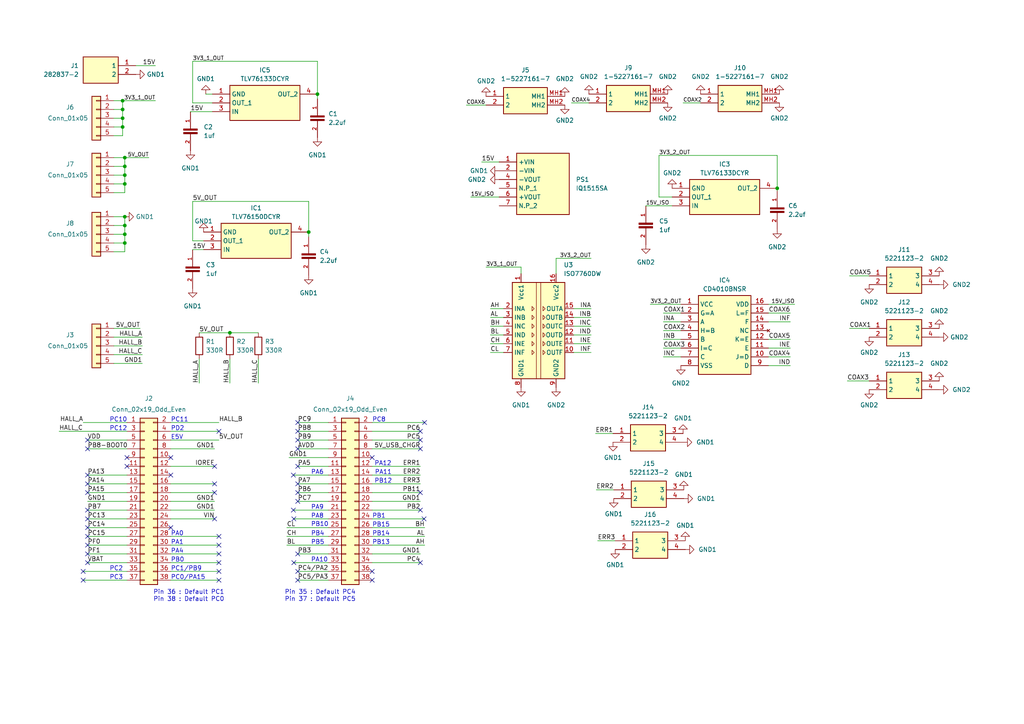
<source format=kicad_sch>
(kicad_sch (version 20230121) (generator eeschema)
  (paper "A4")
  (title_block (title "ProjetKart") (date "2023-11-06") (company "ENSEA"))
  (lib_symbols
    (symbol "1-5227161-7:1-5227161-7"
      (property "Reference" "J" (at 19.05 7.62 0))
      (property "Value" "1-5227161-7" (at 19.05 5.08 0))
      (symbol "1-5227161-7_1_1"
        (pin passive line (at 0 0 0) (length 5.08) (name "1") (number "1"))
        (pin passive line (at 0 -2.54 0) (length 5.08) (name "2") (number "2"))
        (pin passive line (at 22.86 0 180) (length 5.08) (name "MH1") (number "MH1"))
        (pin passive line (at 22.86 -2.54 180) (length 5.08) (name "MH2") (number "MH2"))
      )
    )
    (symbol "282837-2:282837-2"
      (property "Reference" "J" (at 16.51 7.62 0))
      (property "Value" "282837-2" (at 16.51 5.08 0))
      (symbol "282837-2_1_1"
        (pin passive line (at 0 0 0) (length 5.08) (name "1") (number "1"))
        (pin passive line (at 0 -2.54 0) (length 5.08) (name "2") (number "2"))
      )
    )
    (symbol "5221123-2:5221123-2"
      (property "Reference" "J" (at 16.51 7.62 0))
      (property "Value" "5221123-2" (at 16.51 5.08 0))
      (symbol "5221123-2_1_1"
        (pin passive line (at 0 0 0) (length 5.08) (name "1") (number "1"))
        (pin passive line (at 0 -2.54 0) (length 5.08) (name "2") (number "2"))
        (pin passive line (at 20.32 0 180) (length 5.08) (name "3") (number "3"))
        (pin passive line (at 20.32 -2.54 180) (length 5.08) (name "4") (number "4"))
      )
    )
    (symbol "CD4010BNSR:CD4010BNSR"
      (property "Reference" "IC" (at 21.59 7.62 0))
      (property "Value" "CD4010BNSR" (at 21.59 5.08 0))
      (symbol "CD4010BNSR_1_1"
        (pin passive line (at 0 0 0) (length 5.08) (name "VCC") (number "1"))
        (pin passive line (at 25.4 -15.24 180) (length 5.08) (name "J=D") (number "10"))
        (pin passive line (at 25.4 -12.7 180) (length 5.08) (name "E") (number "11"))
        (pin passive line (at 25.4 -10.16 180) (length 5.08) (name "K=E") (number "12"))
        (pin no_connect line (at 25.4 -7.62 180) (length 5.08) (name "NC") (number "13"))
        (pin passive line (at 25.4 -5.08 180) (length 5.08) (name "F") (number "14"))
        (pin passive line (at 25.4 -2.54 180) (length 5.08) (name "L=F") (number "15"))
        (pin passive line (at 25.4 0 180) (length 5.08) (name "VDD") (number "16"))
        (pin passive line (at 0 -2.54 0) (length 5.08) (name "G=A") (number "2"))
        (pin passive line (at 0 -5.08 0) (length 5.08) (name "A") (number "3"))
        (pin passive line (at 0 -7.62 0) (length 5.08) (name "H=B") (number "4"))
        (pin passive line (at 0 -10.16 0) (length 5.08) (name "B") (number "5"))
        (pin passive line (at 0 -12.7 0) (length 5.08) (name "I=C") (number "6"))
        (pin passive line (at 0 -15.24 0) (length 5.08) (name "C") (number "7"))
        (pin passive line (at 0 -17.78 0) (length 5.08) (name "VSS") (number "8"))
        (pin passive line (at 25.4 -17.78 180) (length 5.08) (name "D") (number "9"))
      )
    )
    (symbol "Connector_Generic:Conn_01x05" (pin_names (offset 1.016) hide)
      (property "Reference" "J" (at 0 7.62 0))
      (property "Value" "Conn_01x05" (at 0 -7.62 0))
      (symbol "Conn_01x05_1_1"
        (pin passive line (at -5.08 5.08 0) (length 3.81) (name "Pin_1") (number "1"))
        (pin passive line (at -5.08 2.54 0) (length 3.81) (name "Pin_2") (number "2"))
        (pin passive line (at -5.08 0 0) (length 3.81) (name "Pin_3") (number "3"))
        (pin passive line (at -5.08 -2.54 0) (length 3.81) (name "Pin_4") (number "4"))
        (pin passive line (at -5.08 -5.08 0) (length 3.81) (name "Pin_5") (number "5"))
      )
    )
    (symbol "Connector_Generic:Conn_02x19_Odd_Even" (pin_names (offset 1.016) hide)
      (property "Reference" "J" (at 1.27 25.4 0))
      (property "Value" "Conn_02x19_Odd_Even" (at 1.27 -25.4 0))
      (symbol "Conn_02x19_Odd_Even_1_1"
        (pin passive line (at -5.08 22.86 0) (length 3.81) (name "Pin_1") (number "1"))
        (pin passive line (at 7.62 12.7 180) (length 3.81) (name "Pin_10") (number "10"))
        (pin passive line (at -5.08 10.16 0) (length 3.81) (name "Pin_11") (number "11"))
        (pin passive line (at 7.62 10.16 180) (length 3.81) (name "Pin_12") (number "12"))
        (pin passive line (at -5.08 7.62 0) (length 3.81) (name "Pin_13") (number "13"))
        (pin passive line (at 7.62 7.62 180) (length 3.81) (name "Pin_14") (number "14"))
        (pin passive line (at -5.08 5.08 0) (length 3.81) (name "Pin_15") (number "15"))
        (pin passive line (at 7.62 5.08 180) (length 3.81) (name "Pin_16") (number "16"))
        (pin passive line (at -5.08 2.54 0) (length 3.81) (name "Pin_17") (number "17"))
        (pin passive line (at 7.62 2.54 180) (length 3.81) (name "Pin_18") (number "18"))
        (pin passive line (at -5.08 0 0) (length 3.81) (name "Pin_19") (number "19"))
        (pin passive line (at 7.62 22.86 180) (length 3.81) (name "Pin_2") (number "2"))
        (pin passive line (at 7.62 0 180) (length 3.81) (name "Pin_20") (number "20"))
        (pin passive line (at -5.08 -2.54 0) (length 3.81) (name "Pin_21") (number "21"))
        (pin passive line (at 7.62 -2.54 180) (length 3.81) (name "Pin_22") (number "22"))
        (pin passive line (at -5.08 -5.08 0) (length 3.81) (name "Pin_23") (number "23"))
        (pin passive line (at 7.62 -5.08 180) (length 3.81) (name "Pin_24") (number "24"))
        (pin passive line (at -5.08 -7.62 0) (length 3.81) (name "Pin_25") (number "25"))
        (pin passive line (at 7.62 -7.62 180) (length 3.81) (name "Pin_26") (number "26"))
        (pin passive line (at -5.08 -10.16 0) (length 3.81) (name "Pin_27") (number "27"))
        (pin passive line (at 7.62 -10.16 180) (length 3.81) (name "Pin_28") (number "28"))
        (pin passive line (at -5.08 -12.7 0) (length 3.81) (name "Pin_29") (number "29"))
        (pin passive line (at -5.08 20.32 0) (length 3.81) (name "Pin_3") (number "3"))
        (pin passive line (at 7.62 -12.7 180) (length 3.81) (name "Pin_30") (number "30"))
        (pin passive line (at -5.08 -15.24 0) (length 3.81) (name "Pin_31") (number "31"))
        (pin passive line (at 7.62 -15.24 180) (length 3.81) (name "Pin_32") (number "32"))
        (pin passive line (at -5.08 -17.78 0) (length 3.81) (name "Pin_33") (number "33"))
        (pin passive line (at 7.62 -17.78 180) (length 3.81) (name "Pin_34") (number "34"))
        (pin passive line (at -5.08 -20.32 0) (length 3.81) (name "Pin_35") (number "35"))
        (pin passive line (at 7.62 -20.32 180) (length 3.81) (name "Pin_36") (number "36"))
        (pin passive line (at -5.08 -22.86 0) (length 3.81) (name "Pin_37") (number "37"))
        (pin passive line (at 7.62 -22.86 180) (length 3.81) (name "Pin_38") (number "38"))
        (pin passive line (at 7.62 20.32 180) (length 3.81) (name "Pin_4") (number "4"))
        (pin passive line (at -5.08 17.78 0) (length 3.81) (name "Pin_5") (number "5"))
        (pin passive line (at 7.62 17.78 180) (length 3.81) (name "Pin_6") (number "6"))
        (pin passive line (at -5.08 15.24 0) (length 3.81) (name "Pin_7") (number "7"))
        (pin passive line (at 7.62 15.24 180) (length 3.81) (name "Pin_8") (number "8"))
        (pin passive line (at -5.08 12.7 0) (length 3.81) (name "Pin_9") (number "9"))
      )
    )
    (symbol "Device:R" (pin_numbers hide) (pin_names (offset 0))
      (property "Reference" "R" (at 2.032 0 90))
      (property "Value" "R" (at 0 0 90))
      (symbol "R_1_1"
        (pin passive line (at 0 3.81 270) (length 1.27) (name "~") (number "1"))
        (pin passive line (at 0 -3.81 90) (length 1.27) (name "~") (number "2"))
      )
    )
    (symbol "IQ1515SA:IQ1515SA"
      (property "Reference" "PS" (at 21.59 7.62 0))
      (property "Value" "IQ1515SA" (at 21.59 5.08 0))
      (symbol "IQ1515SA_1_1"
        (pin passive line (at 0 0 0) (length 5.08) (name "+VIN") (number "1"))
        (pin passive line (at 0 -2.54 0) (length 5.08) (name "-VIN") (number "2"))
        (pin passive line (at 0 -5.08 0) (length 5.08) (name "-VOUT") (number "4"))
        (pin passive line (at 0 -7.62 0) (length 5.08) (name "N.P_1") (number "5"))
        (pin passive line (at 0 -10.16 0) (length 5.08) (name "+VOUT") (number "6"))
        (pin passive line (at 0 -12.7 0) (length 5.08) (name "N.P_2") (number "7"))
      )
    )
    (symbol "Isolator:ISO7760DW"
      (property "Reference" "U" (at 8.255 14.605 0))
      (property "Value" "ISO7760DW" (at 8.255 12.065 0))
      (symbol "ISO7760DW_1_1"
        (pin power_in line (at -5.08 17.78 270) (length 2.54) (name "Vcc1") (number "1"))
        (pin output line (at 10.16 -5.08 180) (length 2.54) (name "OUTF") (number "10"))
        (pin output line (at 10.16 -2.54 180) (length 2.54) (name "OUTE") (number "11"))
        (pin output line (at 10.16 0 180) (length 2.54) (name "OUTD") (number "12"))
        (pin output line (at 10.16 2.54 180) (length 2.54) (name "OUTC") (number "13"))
        (pin output line (at 10.16 5.08 180) (length 2.54) (name "OUTB") (number "14"))
        (pin output line (at 10.16 7.62 180) (length 2.54) (name "OUTA") (number "15"))
        (pin power_in line (at 5.08 17.78 270) (length 2.54) (name "Vcc2") (number "16"))
        (pin input line (at -10.16 7.62 0) (length 2.54) (name "INA") (number "2"))
        (pin input line (at -10.16 5.08 0) (length 2.54) (name "INB") (number "3"))
        (pin input line (at -10.16 2.54 0) (length 2.54) (name "INC") (number "4"))
        (pin input line (at -10.16 0 0) (length 2.54) (name "IND") (number "5"))
        (pin input line (at -10.16 -2.54 0) (length 2.54) (name "INE") (number "6"))
        (pin input line (at -10.16 -5.08 0) (length 2.54) (name "INF") (number "7"))
        (pin power_in line (at -5.08 -15.24 90) (length 2.54) (name "GND1") (number "8"))
        (pin power_in line (at 5.08 -15.24 90) (length 2.54) (name "GND2") (number "9"))
      )
    )
    (symbol "LD051A121KAB2A:LD051A121KAB2A" (pin_names (offset 1.016))
      (property "Reference" "C" (at -4.0753 2.2924 0))
      (property "Value" "LD051A121KAB2A" (at -4.0698 -4.0698 0))
      (symbol "LD051A121KAB2A_0_0"
        (pin passive line (at -5.588 0 0) (length 5.08) (name "~") (number "1"))
        (pin passive line (at 5.588 0 180) (length 5.08) (name "~") (number "2"))
      )
    )
    (symbol "TLV76133DCYR:TLV76133DCYR"
      (property "Reference" "IC" (at 26.67 7.62 0))
      (property "Value" "TLV76133DCYR" (at 26.67 5.08 0))
      (symbol "TLV76133DCYR_1_1"
        (pin passive line (at 0 0 0) (length 5.08) (name "GND") (number "1"))
        (pin passive line (at 0 -2.54 0) (length 5.08) (name "OUT_1") (number "2"))
        (pin passive line (at 0 -5.08 0) (length 5.08) (name "IN") (number "3"))
        (pin passive line (at 30.48 0 180) (length 5.08) (name "OUT_2") (number "4"))
      )
    )
    (symbol "TLV76150DCYR:TLV76150DCYR"
      (property "Reference" "IC" (at 26.67 7.62 0))
      (property "Value" "TLV76150DCYR" (at 26.67 5.08 0))
      (symbol "TLV76150DCYR_1_1"
        (pin passive line (at 0 0 0) (length 5.08) (name "GND") (number "1"))
        (pin passive line (at 0 -2.54 0) (length 5.08) (name "OUT_1") (number "2"))
        (pin passive line (at 0 -5.08 0) (length 5.08) (name "IN") (number "3"))
        (pin passive line (at 30.48 0 180) (length 5.08) (name "OUT_2") (number "4"))
      )
    )
    (symbol "power:GND1" (power) (pin_names (offset 0))
      (property "Value" "GND1" (at 0 -3.81 0))
      (symbol "GND1_1_1"
        (pin power_in line (at 0 0 270) (length 0) hide (name "GND1") (number "1"))
      )
    )
    (symbol "power:GND2" (power) (pin_names (offset 0))
      (property "Value" "GND2" (at 0 -3.81 0))
      (symbol "GND2_1_1"
        (pin power_in line (at 0 0 270) (length 0) hide (name "GND2") (number "1"))
      )
    )
  )
  (junction (at 35.56 34.29))
  (junction (at 35.56 29.21))
  (junction (at 36.195 50.8))
  (junction (at 225.425 54.61))
  (junction (at 36.195 45.72))
  (junction (at 66.675 96.52))
  (junction (at 36.195 62.865))
  (junction (at 35.56 36.83))
  (junction (at 36.195 70.485))
  (junction (at 36.195 67.945))
  (junction (at 36.195 65.405))
  (junction (at 89.535 67.31))
  (junction (at 36.195 48.26))
  (junction (at 36.195 53.34))
  (junction (at 92.075 27.305))
  (junction (at 35.56 31.75))
  (no_connect (at 121.92 127.635))
  (no_connect (at 63.5 168.275))
  (no_connect (at 107.95 165.735))
  (no_connect (at 25.4 158.115))
  (no_connect (at 36.83 132.715))
  (no_connect (at 121.92 142.875))
  (no_connect (at 86.36 122.555))
  (no_connect (at 63.4818 163.195))
  (no_connect (at 25.4 127.635))
  (no_connect (at 121.92 163.195))
  (no_connect (at 25.4 153.035))
  (no_connect (at 49.53 137.795))
  (no_connect (at 63.5 125.095))
  (no_connect (at 62.23 142.875))
  (no_connect (at 85.09 147.955))
  (no_connect (at 36.83 135.255))
  (no_connect (at 24.13 165.735))
  (no_connect (at 122.9796 150.495))
  (no_connect (at 85.2271 150.495))
  (no_connect (at 62.23 135.255))
  (no_connect (at 86.36 135.255))
  (no_connect (at 86.36 165.735))
  (no_connect (at 25.4 150.495))
  (no_connect (at 86.36 142.875))
  (no_connect (at 25.4 160.655))
  (no_connect (at 62.23 150.495))
  (no_connect (at 62.23 140.335))
  (no_connect (at 63.5 155.575))
  (no_connect (at 86.36 125.095))
  (no_connect (at 121.92 125.095))
  (no_connect (at 121.92 147.955))
  (no_connect (at 49.53 132.715))
  (no_connect (at 25.4 163.195))
  (no_connect (at 121.92 130.175))
  (no_connect (at 86.36 168.275))
  (no_connect (at 85.09 137.795))
  (no_connect (at 25.4 142.875))
  (no_connect (at 25.4 155.575))
  (no_connect (at 86.36 140.335))
  (no_connect (at 86.36 145.415))
  (no_connect (at 25.4 140.335))
  (no_connect (at 86.36 130.175))
  (no_connect (at 24.13 168.275))
  (no_connect (at 63.5 158.115))
  (no_connect (at 25.4 137.795))
  (no_connect (at 49.53 153.035))
  (no_connect (at 107.95 168.275))
  (no_connect (at 25.4 147.955))
  (no_connect (at 63.5 160.655))
  (no_connect (at 85.2271 163.195))
  (no_connect (at 63.5 165.735))
  (no_connect (at 86.36 160.655))
  (no_connect (at 86.36 127.635))
  (no_connect (at 107.95 132.715))
  (no_connect (at 25.4 130.175))
  (no_connect (at 123.135 122.555))
  (wire (pts (xy 49.53 142.875) (xy 62.23 142.875)))
  (wire (pts (xy 107.95 163.195) (xy 121.92 163.195)))
  (wire (pts (xy 36.195 73.025) (xy 36.195 70.485)))
  (wire (pts (xy 36.83 125.095) (xy 17.145 125.095)))
  (wire (pts (xy 36.195 45.72) (xy 43.18 45.72)))
  (wire (pts (xy 191.135 45.085) (xy 191.135 57.15)))
  (wire (pts (xy 36.83 145.415) (xy 25.4 145.415)))
  (wire (pts (xy 36.83 160.655) (xy 25.4 160.655)))
  (wire (pts (xy 33.02 39.37) (xy 35.56 39.37)))
  (wire (pts (xy 33.02 34.29) (xy 35.56 34.29)))
  (wire (pts (xy 33.02 95.25) (xy 40.64 95.25)))
  (wire (pts (xy 166.37 94.615) (xy 171.45 94.615)))
  (wire (pts (xy 172.9351 142.0739) (xy 178.0151 142.0739)))
  (wire (pts (xy 173.355 156.845) (xy 178.435 156.845)))
  (wire (pts (xy 33.02 67.945) (xy 36.195 67.945)))
  (wire (pts (xy 192.405 103.505) (xy 197.485 103.505)))
  (wire (pts (xy 49.53 163.195) (xy 63.5 163.195)))
  (wire (pts (xy 86.36 145.415) (xy 95.25 145.415)))
  (wire (pts (xy 222.885 93.345) (xy 229.235 93.345)))
  (wire (pts (xy 151.13 79.375) (xy 151.13 77.47)))
  (wire (pts (xy 36.83 155.575) (xy 25.4 155.575)))
  (wire (pts (xy 107.95 158.115) (xy 123.19 158.115)))
  (wire (pts (xy 35.56 29.21) (xy 35.56 31.75)))
  (wire (pts (xy 55.245 32.385) (xy 55.245 32.512)))
  (wire (pts (xy 24.13 165.735) (xy 36.83 165.735)))
  (wire (pts (xy 191.135 57.15) (xy 194.945 57.15)))
  (wire (pts (xy 107.95 147.955) (xy 121.92 147.955)))
  (wire (pts (xy 142.24 89.535) (xy 146.05 89.535)))
  (wire (pts (xy 36.195 53.34) (xy 36.195 50.8)))
  (wire (pts (xy 86.36 165.735) (xy 95.25 165.735)))
  (wire (pts (xy 83.185 155.575) (xy 95.25 155.575)))
  (wire (pts (xy 92.075 28.702) (xy 92.075 27.305)))
  (wire (pts (xy 36.83 163.195) (xy 25.4 163.195)))
  (wire (pts (xy 36.83 142.875) (xy 25.4 142.875)))
  (wire (pts (xy 86.36 142.875) (xy 95.25 142.875)))
  (wire (pts (xy 49.53 125.095) (xy 63.5 125.095)))
  (wire (pts (xy 136.525 57.15) (xy 144.78 57.15)))
  (wire (pts (xy 33.02 53.34) (xy 36.195 53.34)))
  (wire (pts (xy 36.83 147.955) (xy 25.4 147.955)))
  (wire (pts (xy 35.56 31.75) (xy 35.56 34.29)))
  (wire (pts (xy 33.02 29.21) (xy 35.56 29.21)))
  (wire (pts (xy 107.95 142.875) (xy 121.92 142.875)))
  (wire (pts (xy 74.93 104.14) (xy 74.93 111.125)))
  (wire (pts (xy 49.53 122.555) (xy 63.5 122.555)))
  (wire (pts (xy 33.02 45.72) (xy 36.195 45.72)))
  (wire (pts (xy 61.595 27.305) (xy 59.69 27.305)))
  (wire (pts (xy 49.53 135.255) (xy 62.23 135.255)))
  (wire (pts (xy 225.425 45.085) (xy 191.135 45.085)))
  (wire (pts (xy 192.405 98.425) (xy 197.485 98.425)))
  (wire (pts (xy 107.95 140.335) (xy 121.92 140.335)))
  (wire (pts (xy 49.53 150.495) (xy 62.23 150.495)))
  (wire (pts (xy 107.95 145.415) (xy 121.92 145.415)))
  (wire (pts (xy 166.37 102.235) (xy 171.45 102.235)))
  (wire (pts (xy 36.83 127.635) (xy 25.4 127.635)))
  (wire (pts (xy 36.83 150.495) (xy 25.4 150.495)))
  (wire (pts (xy 192.405 90.805) (xy 197.485 90.805)))
  (wire (pts (xy 85.09 137.795) (xy 95.25 137.795)))
  (wire (pts (xy 59.055 72.39) (xy 55.88 72.39)))
  (wire (pts (xy 107.95 127.635) (xy 121.92 127.635)))
  (wire (pts (xy 245.745 110.49) (xy 252.095 110.49)))
  (wire (pts (xy 246.38 80.01) (xy 252.095 80.01)))
  (wire (pts (xy 49.53 158.115) (xy 63.5 158.115)))
  (wire (pts (xy 49.53 147.955) (xy 62.23 147.955)))
  (wire (pts (xy 24.13 122.555) (xy 36.83 122.555)))
  (wire (pts (xy 36.83 158.115) (xy 25.4 158.115)))
  (wire (pts (xy 49.53 130.175) (xy 62.23 130.175)))
  (wire (pts (xy 89.535 58.42) (xy 89.535 67.31)))
  (wire (pts (xy 161.29 79.375) (xy 161.29 74.93)))
  (wire (pts (xy 33.02 50.8) (xy 36.195 50.8)))
  (wire (pts (xy 142.24 92.075) (xy 146.05 92.075)))
  (wire (pts (xy 139.7 46.99) (xy 144.78 46.99)))
  (wire (pts (xy 36.195 50.8) (xy 36.195 48.26)))
  (wire (pts (xy 33.02 55.88) (xy 36.195 55.88)))
  (wire (pts (xy 222.885 98.425) (xy 229.235 98.425)))
  (wire (pts (xy 36.195 65.405) (xy 36.195 62.865)))
  (wire (pts (xy 89.535 68.707) (xy 89.535 67.31)))
  (wire (pts (xy 33.02 97.79) (xy 41.275 97.79)))
  (wire (pts (xy 83.185 153.035) (xy 95.25 153.035)))
  (wire (pts (xy 33.02 62.865) (xy 36.195 62.865)))
  (wire (pts (xy 49.53 160.655) (xy 63.5 160.655)))
  (wire (pts (xy 55.245 32.385) (xy 61.595 32.385)))
  (wire (pts (xy 33.02 105.41) (xy 41.275 105.41)))
  (wire (pts (xy 198.12 29.845) (xy 203.2 29.845)))
  (wire (pts (xy 161.29 74.93) (xy 171.45 74.93)))
  (wire (pts (xy 66.675 104.14) (xy 66.675 111.125)))
  (wire (pts (xy 222.885 88.265) (xy 230.505 88.265)))
  (wire (pts (xy 35.56 36.83) (xy 35.56 39.37)))
  (wire (pts (xy 33.02 70.485) (xy 36.195 70.485)))
  (wire (pts (xy 142.24 99.695) (xy 146.05 99.695)))
  (wire (pts (xy 49.53 168.275) (xy 63.5 168.275)))
  (wire (pts (xy 225.425 45.085) (xy 225.425 54.61)))
  (wire (pts (xy 33.02 100.33) (xy 41.275 100.33)))
  (wire (pts (xy 192.405 93.345) (xy 197.485 93.345)))
  (wire (pts (xy 166.37 89.535) (xy 171.45 89.535)))
  (wire (pts (xy 222.885 100.965) (xy 229.235 100.965)))
  (wire (pts (xy 86.36 125.095) (xy 95.25 125.095)))
  (wire (pts (xy 192.405 100.965) (xy 197.485 100.965)))
  (wire (pts (xy 107.95 130.175) (xy 121.92 130.175)))
  (wire (pts (xy 36.195 55.88) (xy 36.195 53.34)))
  (wire (pts (xy 36.83 137.795) (xy 25.4 137.795)))
  (wire (pts (xy 86.36 140.335) (xy 95.25 140.335)))
  (wire (pts (xy 222.885 106.045) (xy 229.235 106.045)))
  (wire (pts (xy 49.53 140.335) (xy 62.23 140.335)))
  (wire (pts (xy 86.36 135.255) (xy 95.25 135.255)))
  (wire (pts (xy 86.36 127.635) (xy 95.25 127.635)))
  (wire (pts (xy 166.37 92.075) (xy 171.45 92.075)))
  (wire (pts (xy 55.88 17.78) (xy 55.88 29.845)))
  (wire (pts (xy 107.95 125.095) (xy 121.92 125.095)))
  (wire (pts (xy 83.185 158.115) (xy 95.25 158.115)))
  (wire (pts (xy 107.95 153.035) (xy 123.19 153.035)))
  (wire (pts (xy 85.09 147.955) (xy 95.25 147.955)))
  (wire (pts (xy 35.56 34.29) (xy 35.56 36.83)))
  (wire (pts (xy 36.83 153.035) (xy 25.4 153.035)))
  (wire (pts (xy 86.36 122.555) (xy 95.25 122.555)))
  (wire (pts (xy 55.88 72.39) (xy 55.88 72.517)))
  (wire (pts (xy 107.95 122.555) (xy 123.19 122.555)))
  (wire (pts (xy 25.4 140.335) (xy 36.83 140.335)))
  (wire (pts (xy 86.36 160.655) (xy 95.25 160.655)))
  (wire (pts (xy 57.785 96.52) (xy 66.675 96.52)))
  (wire (pts (xy 142.24 94.615) (xy 146.05 94.615)))
  (wire (pts (xy 25.4 130.175) (xy 36.83 130.175)))
  (wire (pts (xy 188.595 88.265) (xy 197.485 88.265)))
  (wire (pts (xy 107.95 155.575) (xy 123.19 155.575)))
  (wire (pts (xy 49.53 145.415) (xy 62.23 145.415)))
  (wire (pts (xy 55.88 29.845) (xy 61.595 29.845)))
  (wire (pts (xy 55.88 58.42) (xy 55.88 69.85)))
  (wire (pts (xy 166.37 97.155) (xy 171.45 97.155)))
  (wire (pts (xy 92.075 17.78) (xy 92.075 27.305)))
  (wire (pts (xy 55.88 69.85) (xy 59.055 69.85)))
  (wire (pts (xy 36.195 48.26) (xy 36.195 45.72)))
  (wire (pts (xy 107.95 135.255) (xy 121.92 135.255)))
  (wire (pts (xy 85.09 150.495) (xy 95.25 150.495)))
  (wire (pts (xy 142.24 97.155) (xy 146.05 97.155)))
  (wire (pts (xy 222.885 103.505) (xy 229.235 103.505)))
  (wire (pts (xy 172.72 125.73) (xy 177.8 125.73)))
  (wire (pts (xy 35.56 29.21) (xy 45.085 29.21)))
  (wire (pts (xy 24.13 168.275) (xy 36.83 168.275)))
  (wire (pts (xy 140.97 77.47) (xy 151.13 77.47)))
  (wire (pts (xy 49.53 165.735) (xy 63.5 165.735)))
  (wire (pts (xy 225.425 55.372) (xy 225.425 54.61)))
  (wire (pts (xy 86.36 168.275) (xy 95.25 168.275)))
  (wire (pts (xy 107.95 137.795) (xy 121.92 137.795)))
  (wire (pts (xy 33.02 31.75) (xy 35.56 31.75)))
  (wire (pts (xy 107.95 150.495) (xy 123.19 150.495)))
  (wire (pts (xy 49.53 155.575) (xy 63.5 155.575)))
  (wire (pts (xy 33.02 48.26) (xy 36.195 48.26)))
  (wire (pts (xy 165.735 29.845) (xy 170.815 29.845)))
  (wire (pts (xy 85.09 163.195) (xy 95.25 163.195)))
  (wire (pts (xy 36.195 70.485) (xy 36.195 67.945)))
  (wire (pts (xy 33.02 65.405) (xy 36.195 65.405)))
  (wire (pts (xy 246.38 95.25) (xy 252.095 95.25)))
  (wire (pts (xy 33.02 36.83) (xy 35.56 36.83)))
  (wire (pts (xy 107.95 160.655) (xy 121.92 160.655)))
  (wire (pts (xy 57.785 104.14) (xy 57.785 111.125)))
  (wire (pts (xy 66.675 96.52) (xy 74.93 96.52)))
  (wire (pts (xy 39.37 19.05) (xy 45.085 19.05)))
  (wire (pts (xy 33.02 102.87) (xy 41.275 102.87)))
  (wire (pts (xy 187.325 59.69) (xy 194.945 59.69)))
  (wire (pts (xy 135.255 30.48) (xy 140.97 30.48)))
  (wire (pts (xy 142.24 102.235) (xy 146.05 102.235)))
  (wire (pts (xy 83.82 132.715) (xy 95.25 132.715)))
  (wire (pts (xy 89.535 58.42) (xy 55.88 58.42)))
  (wire (pts (xy 92.075 17.78) (xy 55.88 17.78)))
  (wire (pts (xy 33.02 73.025) (xy 36.195 73.025)))
  (wire (pts (xy 166.37 99.695) (xy 171.45 99.695)))
  (wire (pts (xy 49.53 127.635) (xy 63.5 127.635)))
  (wire (pts (xy 222.885 90.805) (xy 229.235 90.805)))
  (wire (pts (xy 187.325 59.69) (xy 187.325 59.817)))
  (wire (pts (xy 36.195 67.945) (xy 36.195 65.405)))
  (wire (pts (xy 86.36 130.175) (xy 95.25 130.175)))
  (wire (pts (xy 197.485 95.885) (xy 192.405 95.885)))
  (text "PB14" (at 107.95 155.575 0) (effects (font (size 1.27 1.27)) (justify left bottom)))
  (text "PA11" (at 113.665 137.795 0) (effects (font (size 1.27 1.27)) (justify right bottom)))
  (text "PA8" (at 90.17 150.495 0) (effects (font (size 1.27 1.27)) (justify left bottom)))
  (text "PB12" (at 108.585 140.335 0) (effects (font (size 1.27 1.27)) (justify left bottom)))
  (text "PC2" (at 31.75 165.735 0) (effects (font (size 1.27 1.27)) (justify left bottom)))
  (text "PB5" (at 90.17 158.115 0) (effects (font (size 1.27 1.27)) (justify left bottom)))
  (text "PA9" (at 90.17 147.955 0) (effects (font (size 1.27 1.27)) (justify left bottom)))
  (text "PC11" (at 49.53 122.555 0) (effects (font (size 1.27 1.27)) (justify left bottom)))
  (text "PC12" (at 31.75 125.095 0) (effects (font (size 1.27 1.27)) (justify left bottom)))
  (text "E5V" (at 49.53 127.635 0) (effects (font (size 1.27 1.27)) (justify left bottom)))
  (text "PB1" (at 107.95 150.495 0) (effects (font (size 1.27 1.27)) (justify left bottom)))
  (text "PA4" (at 49.53 160.655 0) (effects (font (size 1.27 1.27)) (justify left bottom)))
  (text "PB13\n" (at 107.95 158.115 0) (effects (font (size 1.27 1.27)) (justify left bottom)))
  (text "PC1/PB9" (at 49.53 165.735 0) (effects (font (size 1.27 1.27)) (justify left bottom)))
  (text "PB4" (at 90.17 155.575 0) (effects (font (size 1.27 1.27)) (justify left bottom)))
  (text "PA10" (at 90.17 163.195 0) (effects (font (size 1.27 1.27)) (justify left bottom)))
  (text "PD2" (at 49.53 125.095 0) (effects (font (size 1.27 1.27)) (justify left bottom)))
  (text "PC8" (at 107.95 122.555 0) (effects (font (size 1.27 1.27)) (justify left bottom)))
  (text "PB10\n\n" (at 90.17 154.94 0) (effects (font (size 1.27 1.27)) (justify left bottom)))
  (text "PA6" (at 90.17 137.795 0) (effects (font (size 1.27 1.27)) (justify left bottom)))
  (text "PB15" (at 107.95 153.035 0) (effects (font (size 1.27 1.27)) (justify left bottom)))
  (text "PC3" (at 31.75 168.275 0) (effects (font (size 1.27 1.27)) (justify left bottom)))
  (text "PC10" (at 31.75 122.555 0) (effects (font (size 1.27 1.27)) (justify left bottom)))
  (text "PA0" (at 49.53 155.575 0) (effects (font (size 1.27 1.27)) (justify left bottom)))
  (text "PA1" (at 49.53 158.115 0) (effects (font (size 1.27 1.27)) (justify left bottom)))
  (text "PA12" (at 108.585 135.255 0) (effects (font (size 1.27 1.27)) (justify left bottom)))
  (text "PB0" (at 49.53 163.195 0) (effects (font (size 1.27 1.27)) (justify left bottom)))
  (text "Pin 35 : Default PC4\nPin 37 : Default PC5" (at 82.55 174.625 0) (effects (font (size 1.27 1.27)) (justify left bottom)))
  (text "PC0/PA15" (at 49.53 168.275 0) (effects (font (size 1.27 1.27)) (justify left bottom)))
  (text "Pin 36 : Default PC1\nPin 38 : Default PC0" (at 44.45 174.625 0) (effects (font (size 1.27 1.27)) (justify left bottom)))
  (label "PC4{slash}PA2" (at 86.36 165.735 0))
  (label "AVDD" (at 86.36 130.175 0))
  (label "PA7" (at 86.36 140.335 0))
  (label "HALL_B" (at 66.675 111.125 90))
  (label "PB8-BOOT0" (at 25.4 130.175 0))
  (label "AH" (at 123.19 158.115 180))
  (label "HALL_A" (at 41.275 97.79 180))
  (label "15V_ISO" (at 187.325 59.69 0) (effects (font (size 1.1 1.1))))
  (label "GND1" (at 83.82 132.715 0))
  (label "BL" (at 142.24 97.155 0))
  (label "3V3_2_OUT" (at 191.135 45.085 0) (effects (font (size 1.1 1.1))))
  (label "GND1" (at 62.23 145.415 180))
  (label "CL" (at 142.24 102.235 0))
  (label "INB" (at 171.45 92.075 180))
  (label "HALL_A" (at 57.785 111.125 90))
  (label "INB" (at 192.405 98.425 0))
  (label "AL" (at 123.19 155.575 180))
  (label "PB8" (at 86.36 125.095 0))
  (label "PC15" (at 25.4 155.575 0))
  (label "GND1" (at 25.4 145.415 0))
  (label "GND1" (at 62.23 147.955 180))
  (label "INF" (at 229.235 93.345 180))
  (label "5V_OUT" (at 43.18 45.72 180) (effects (font (size 1.1 1.1))))
  (label "15V" (at 55.245 32.385 0))
  (label "ERR2" (at 172.9351 142.0739 0))
  (label "15V" (at 45.085 19.05 180))
  (label "VBAT" (at 25.4 163.195 0))
  (label "ERR1" (at 172.72 125.73 0))
  (label "15V" (at 139.7 46.99 0))
  (label "BL" (at 83.185 158.115 0))
  (label "PB6" (at 86.36 142.875 0))
  (label "COAX2" (at 192.405 95.885 0))
  (label "ERR3" (at 121.92 140.335 180))
  (label "15V" (at 55.88 72.39 0))
  (label "PA5" (at 86.36 135.255 0))
  (label "COAX3" (at 245.745 110.49 0))
  (label "PB9" (at 86.36 127.635 0))
  (label "HALL_C" (at 17.145 125.095 0))
  (label "3V3_2_OUT" (at 188.595 88.265 0) (effects (font (size 1.1 1.1))))
  (label "COAX5" (at 246.38 80.01 0))
  (label "COAX3" (at 192.405 100.965 0))
  (label "3V3_2_OUT" (at 171.45 74.93 180) (effects (font (size 1.1 1.1))))
  (label "PA13" (at 25.4 137.795 0))
  (label "PC14" (at 25.4 153.035 0))
  (label "VDD" (at 25.4 127.635 0))
  (label "COAX2" (at 198.12 29.845 0) (effects (font (size 1.1 1.1))))
  (label "HALL_B" (at 63.5 122.555 0))
  (label "HALL_B" (at 41.275 100.33 180))
  (label "ERR2" (at 121.92 137.795 180))
  (label "ERR1" (at 121.92 135.255 180))
  (label "CL" (at 83.185 153.035 0))
  (label "15V_ISO" (at 230.505 88.265 180) (effects (font (size 1.1 1.1))))
  (label "GND1" (at 121.92 145.415 180))
  (label "3V3_1_OUT" (at 55.88 17.78 0) (effects (font (size 1.1 1.1))))
  (label "PB7" (at 25.4 147.955 0))
  (label "COAX5" (at 229.235 98.425 180))
  (label "INF" (at 171.45 102.235 180))
  (label "PC7" (at 86.36 145.415 0))
  (label "HALL_A" (at 24.13 122.555 180))
  (label "AH" (at 142.24 89.535 0))
  (label "PB2" (at 121.92 147.955 180))
  (label "PA15" (at 25.4 142.875 0))
  (label "BH" (at 142.24 94.615 0))
  (label "PC6" (at 121.92 125.095 180))
  (label "COAX1" (at 192.405 90.805 0))
  (label "PA14" (at 25.4 140.335 0))
  (label "COAX1" (at 246.38 95.25 0))
  (label "GND1" (at 62.23 130.175 180))
  (label "INA" (at 192.405 93.345 0))
  (label "COAX6" (at 135.255 30.48 0) (effects (font (size 1.1 1.1))))
  (label "IND" (at 171.45 97.155 180))
  (label "PB3" (at 86.36 160.655 0))
  (label "CH" (at 142.24 99.695 0))
  (label "BH" (at 123.19 153.035 180))
  (label "3V3_1_OUT" (at 45.085 29.21 180) (effects (font (size 1.1 1.1))))
  (label "PC9" (at 86.36 122.555 0))
  (label "COAX4" (at 229.235 103.505 180))
  (label "PC5" (at 121.92 127.635 180))
  (label "5V_OUT" (at 57.785 96.52 0))
  (label "INA" (at 171.45 89.535 180))
  (label "HALL_C" (at 74.93 111.125 90))
  (label "5V_OUT" (at 40.64 95.25 180))
  (label "IND" (at 229.235 106.045 180))
  (label "ERR3" (at 173.355 156.845 0))
  (label "INC" (at 192.405 103.505 0))
  (label "IOREF" (at 62.23 135.255 180))
  (label "COAX4" (at 165.735 29.845 0) (effects (font (size 1.1 1.1))))
  (label "INE" (at 229.235 100.965 180))
  (label "PB11" (at 121.92 142.875 180))
  (label "CH" (at 83.185 155.575 0))
  (label "PC4" (at 121.92 163.195 180))
  (label "GND1" (at 121.92 160.655 180))
  (label "GND1" (at 41.275 105.41 180))
  (label "PC13" (at 25.4 150.495 0))
  (label "HALL_C" (at 41.275 102.87 180))
  (label "VIN" (at 62.23 150.495 180))
  (label "5V_OUT" (at 63.5 127.635 0))
  (label "PC5{slash}PA3" (at 86.36 168.275 0))
  (label "INE" (at 171.45 99.695 180))
  (label "INC" (at 171.45 94.615 180))
  (label "AL" (at 142.24 92.075 0))
  (label "15V_ISO" (at 136.525 57.15 0) (effects (font (size 1.1 1.1))))
  (label "5V_OUT" (at 55.88 58.42 0))
  (label "PF1" (at 25.4 160.655 0))
  (label "COAX6" (at 229.235 90.805 180))
  (label "PF0" (at 25.4 158.115 0))
  (label "3V3_1_OUT" (at 140.97 77.47 0) (effects (font (size 1.1 1.1))))
  (label "5V_USB_CHGR" (at 121.92 130.175 180))
  (symbol (lib_id "LD051A121KAB2A:LD051A121KAB2A") (at 92.075 34.29 270) (unit 1)
    (property "Reference" "C1" (at 95.25 33.0176 90) (effects (justify left)))
    (property "Value" "2.2uf" (at 95.25 35.5576 90) (effects (justify left)))
    (property "Footprint" "Importés:CAPC2012X140N" (effects hide))
    (property "MF" "AVX" (effects hide))
    (property "Description" "\nCeramic Capacitor\n" (effects hide))
    (property "Package" "0805 AVX" (effects hide))
    (property "Price" "None" (effects hide))
    (property "SnapEDA_Link" "https://www.snapeda.com/parts/LD051A121KAB2A/AVX/view-part/?ref=snap" (effects hide))
    (property "MP" "LD051A121KAB2A" (effects hide))
    (property "Purchase-URL" "https://www.snapeda.com/api/url_track_click_mouser/?unipart_id=2161817&manufacturer=AVX&part_name=LD051A121KAB2A&search_term=capacitor 0805" (effects hide))
    (property "Availability" "In Stock" (effects hide))
    (property "Check_prices" "https://www.snapeda.com/parts/LD051A121KAB2A/AVX/view-part/?ref=eda" (effects hide))
  )
  (symbol (lib_id "5221123-2:5221123-2") (at 177.8 125.73 0) (unit 1)
    (property "Reference" "J14" (at 187.96 118.11 0))
    (property "Value" "5221123-2" (at 187.96 120.65 0))
    (property "Footprint" "Importés:52211232" (effects hide))
    (property "Datasheet" "https://componentsearchengine.com/Datasheets/1/5221123-2.pdf" (effects hide))
    (property "Height" "16.2" (effects hide))
    (property "Manufacturer_Name" "TE Connectivity" (effects hide))
    (property "Manufacturer_Part_Number" "5221123-2" (effects hide))
  )
  (symbol (lib_id "power:GND2") (at 163.83 27.94 180) (unit 1)
    (property "Reference" "#PWR015" (effects hide))
    (property "Value" "GND2" (at 163.83 22.86 0))
  )
  (symbol (lib_id "power:GND1") (at 198.12 128.27 90) (unit 1)
    (property "Reference" "#PWR035" (effects hide))
    (property "Value" "GND1" (at 201.93 128.27 90) (effects (justify right)))
  )
  (symbol (lib_id "power:GND2") (at 140.97 27.94 180) (unit 1)
    (property "Reference" "#PWR013" (effects hide))
    (property "Value" "GND2" (at 140.97 23.495 0))
  )
  (symbol (lib_id "CD4010BNSR:CD4010BNSR") (at 197.485 88.265 0) (unit 1)
    (property "Reference" "IC4" (at 210.185 81.28 0))
    (property "Value" "CD4010BNSR" (at 210.185 83.82 0))
    (property "Footprint" "Importés:CD4010BNSR" (effects hide))
    (property "Datasheet" "https://www.ti.com/general/docs/suppproductinfo.tsp?distId=26&gotoUrl=http%3A%2F%2Fwww.ti.com%2Flit%2Fgpn%2Fcd4010b" (effects hide))
    (property "Height" "2" (effects hide))
    (property "Mouser Part Number" "595-CD4010BNSR" (effects hide))
    (property "Mouser Price/Stock" "https://www.mouser.co.uk/ProductDetail/Texas-Instruments/CD4010BNSR?qs=UFeyouyReuEbicyRIXl8tw%3D%3D" (effects hide))
    (property "Manufacturer_Name" "Texas Instruments" (effects hide))
    (property "Manufacturer_Part_Number" "CD4010BNSR" (effects hide))
  )
  (symbol (lib_id "power:GND1") (at 198.755 159.385 90) (unit 1)
    (property "Reference" "#PWR037" (effects hide))
    (property "Value" "GND1" (at 202.565 159.385 90) (effects (justify right)))
  )
  (symbol (lib_id "power:GND2") (at 252.095 113.03 0) (unit 1)
    (property "Reference" "#PWR034" (effects hide))
    (property "Value" "GND2" (at 252.095 117.475 0))
  )
  (symbol (lib_id "Device:R") (at 74.93 100.33 0) (unit 1)
    (property "Reference" "R3" (at 76.835 99.06 0) (effects (justify left)))
    (property "Value" "330R" (at 76.835 101.6 0) (effects (justify left)))
    (property "Footprint" "Resistor_SMD:R_0805_2012Metric" (effects hide))
  )
  (symbol (lib_id "1-5227161-7:1-5227161-7") (at 170.815 27.305 0) (unit 1)
    (property "Reference" "J9" (at 182.245 19.685 0))
    (property "Value" "1-5227161-7" (at 182.245 22.225 0))
    (property "Footprint" "Importés:152271617" (effects hide))
    (property "Datasheet" "https://datasheet.datasheetarchive.com/originals/distributors/Datasheets_SAMA/faa9703f4aad97c4bf34a6419c2ff5b8.pdf" (effects hide))
    (property "Height" "16.13" (effects hide))
    (property "Mouser Part Number" "571-1-5227161-7" (effects hide))
    (property "Mouser Price/Stock" "https://www.mouser.co.uk/ProductDetail/TE-Connectivity-AMP/1-5227161-7?qs=GSeC4G%252BEqEWXmRBKPy2U4g%3D%3D" (effects hide))
    (property "Manufacturer_Name" "TE Connectivity" (effects hide))
    (property "Manufacturer_Part_Number" "1-5227161-7" (effects hide))
  )
  (symbol (lib_id "1-5227161-7:1-5227161-7") (at 203.2 27.305 0) (unit 1)
    (property "Reference" "J10" (at 214.63 19.685 0))
    (property "Value" "1-5227161-7" (at 214.63 22.225 0))
    (property "Footprint" "Importés:152271617" (effects hide))
    (property "Datasheet" "https://datasheet.datasheetarchive.com/originals/distributors/Datasheets_SAMA/faa9703f4aad97c4bf34a6419c2ff5b8.pdf" (effects hide))
    (property "Height" "16.13" (effects hide))
    (property "Mouser Part Number" "571-1-5227161-7" (effects hide))
    (property "Mouser Price/Stock" "https://www.mouser.co.uk/ProductDetail/TE-Connectivity-AMP/1-5227161-7?qs=GSeC4G%252BEqEWXmRBKPy2U4g%3D%3D" (effects hide))
    (property "Manufacturer_Name" "TE Connectivity" (effects hide))
    (property "Manufacturer_Part_Number" "1-5227161-7" (effects hide))
  )
  (symbol (lib_id "Isolator:ISO7760DW") (at 156.21 97.155 0) (unit 1)
    (property "Reference" "U3" (at 163.4841 76.835 0) (effects (justify left)))
    (property "Value" "ISO7760DW" (at 163.4841 79.375 0) (effects (justify left)))
    (property "Footprint" "Package_SO:SOIC-16W_7.5x10.3mm_P1.27mm" (effects hide))
    (property "Datasheet" "https://www.ti.com/lit/ds/symlink/iso7763.pdf" (effects hide))
  )
  (symbol (lib_id "TLV76150DCYR:TLV76150DCYR") (at 59.055 67.31 0) (unit 1)
    (property "Reference" "IC1" (at 74.295 60.325 0))
    (property "Value" "TLV76150DCYR" (at 74.295 62.865 0))
    (property "Footprint" "Importés:TLV76150DCYR" (effects hide))
    (property "Datasheet" "https://www.ti.com/lit/ds/symlink/tlv761.pdf" (effects hide))
    (property "Height" "1.8" (effects hide))
    (property "Mouser Part Number" "595-TLV76150DCYR" (effects hide))
    (property "Mouser Price/Stock" "https://www.mouser.co.uk/ProductDetail/Texas-Instruments/TLV76150DCYR?qs=Jm2GQyTW%2Fbii1Rd2R0M2bQ%3D%3D" (effects hide))
    (property "Manufacturer_Name" "Texas Instruments" (effects hide))
    (property "Manufacturer_Part_Number" "TLV76150DCYR" (effects hide))
  )
  (symbol (lib_id "power:GND1") (at 198.3351 142.0739 180) (unit 1)
    (property "Reference" "#PWR039" (effects hide))
    (property "Value" "GND1" (at 198.3351 137.6289 0))
  )
  (symbol (lib_id "1-5227161-7:1-5227161-7") (at 140.97 27.94 0) (unit 1)
    (property "Reference" "J5" (at 152.4 20.32 0))
    (property "Value" "1-5227161-7" (at 152.4 22.86 0))
    (property "Footprint" "Importés:152271617" (effects hide))
    (property "Datasheet" "https://datasheet.datasheetarchive.com/originals/distributors/Datasheets_SAMA/faa9703f4aad97c4bf34a6419c2ff5b8.pdf" (effects hide))
    (property "Height" "16.13" (effects hide))
    (property "Mouser Part Number" "571-1-5227161-7" (effects hide))
    (property "Mouser Price/Stock" "https://www.mouser.co.uk/ProductDetail/TE-Connectivity-AMP/1-5227161-7?qs=GSeC4G%252BEqEWXmRBKPy2U4g%3D%3D" (effects hide))
    (property "Manufacturer_Name" "TE Connectivity" (effects hide))
    (property "Manufacturer_Part_Number" "1-5227161-7" (effects hide))
  )
  (symbol (lib_id "power:GND1") (at 89.535 79.883 0) (unit 1)
    (property "Reference" "#PWR023" (effects hide))
    (property "Value" "GND1" (at 89.535 84.963 0))
  )
  (symbol (lib_id "5221123-2:5221123-2") (at 178.435 156.845 0) (unit 1)
    (property "Reference" "J16" (at 188.595 149.225 0))
    (property "Value" "5221123-2" (at 188.595 151.765 0))
    (property "Footprint" "Importés:52211232" (effects hide))
    (property "Datasheet" "https://componentsearchengine.com/Datasheets/1/5221123-2.pdf" (effects hide))
    (property "Height" "16.2" (effects hide))
    (property "Manufacturer_Name" "TE Connectivity" (effects hide))
    (property "Manufacturer_Part_Number" "5221123-2" (effects hide))
  )
  (symbol (lib_id "power:GND1") (at 92.075 39.878 0) (unit 1)
    (property "Reference" "#PWR021" (effects hide))
    (property "Value" "GND1" (at 92.075 44.958 0))
  )
  (symbol (lib_id "Connector_Generic:Conn_01x05") (at 27.94 50.8 0) (mirror y) (unit 1)
    (property "Reference" "J7" (at 20.32 47.625 0))
    (property "Value" "Conn_01x05" (at 19.685 50.8 0))
    (property "Footprint" "Connector_PinHeader_2.54mm:PinHeader_1x05_P2.54mm_Vertical" (effects hide))
  )
  (symbol (lib_id "power:GND1") (at 178.0151 144.6139 0) (unit 1)
    (property "Reference" "#PWR042" (effects hide))
    (property "Value" "GND1" (at 178.0151 149.0589 0))
  )
  (symbol (lib_id "power:GND1") (at 144.78 49.53 270) (unit 1)
    (property "Reference" "#PWR09" (effects hide))
    (property "Value" "GND1" (at 141.605 49.53 90) (effects (justify right)))
  )
  (symbol (lib_id "Device:R") (at 57.785 100.33 0) (unit 1)
    (property "Reference" "R1" (at 59.69 99.06 0) (effects (justify left)))
    (property "Value" "330R" (at 59.69 101.6 0) (effects (justify left)))
    (property "Footprint" "Resistor_SMD:R_0805_2012Metric" (effects hide))
  )
  (symbol (lib_id "power:GND1") (at 36.195 62.865 90) (unit 1)
    (property "Reference" "#PWR01" (effects hide))
    (property "Value" "GND1" (at 39.37 62.865 90) (effects (justify right)))
  )
  (symbol (lib_id "Connector_Generic:Conn_01x05") (at 27.94 67.945 0) (mirror y) (unit 1)
    (property "Reference" "J8" (at 20.32 64.77 0))
    (property "Value" "Conn_01x05" (at 19.685 67.945 0))
    (property "Footprint" "Connector_PinHeader_2.54mm:PinHeader_1x05_P2.54mm_Vertical" (effects hide))
  )
  (symbol (lib_id "LD051A121KAB2A:LD051A121KAB2A") (at 55.88 78.105 270) (unit 1)
    (property "Reference" "C3" (at 59.69 76.8326 90) (effects (justify left)))
    (property "Value" "1uf" (at 59.69 79.3726 90) (effects (justify left)))
    (property "Footprint" "Importés:CAPC2012X140N" (effects hide))
    (property "MF" "AVX" (effects hide))
    (property "Description" "\nCeramic Capacitor\n" (effects hide))
    (property "Package" "0805 AVX" (effects hide))
    (property "Price" "None" (effects hide))
    (property "SnapEDA_Link" "https://www.snapeda.com/parts/LD051A121KAB2A/AVX/view-part/?ref=snap" (effects hide))
    (property "MP" "LD051A121KAB2A" (effects hide))
    (property "Purchase-URL" "https://www.snapeda.com/api/url_track_click_mouser/?unipart_id=2161817&manufacturer=AVX&part_name=LD051A121KAB2A&search_term=capacitor 0805" (effects hide))
    (property "Availability" "In Stock" (effects hide))
    (property "Check_prices" "https://www.snapeda.com/parts/LD051A121KAB2A/AVX/view-part/?ref=eda" (effects hide))
  )
  (symbol (lib_id "5221123-2:5221123-2") (at 252.095 95.25 0) (unit 1)
    (property "Reference" "J12" (at 262.255 87.63 0))
    (property "Value" "5221123-2" (at 262.255 90.17 0))
    (property "Footprint" "Importés:52211232" (effects hide))
    (property "Datasheet" "https://componentsearchengine.com/Datasheets/1/5221123-2.pdf" (effects hide))
    (property "Height" "16.2" (effects hide))
    (property "Manufacturer_Name" "TE Connectivity" (effects hide))
    (property "Manufacturer_Part_Number" "5221123-2" (effects hide))
  )
  (symbol (lib_id "LD051A121KAB2A:LD051A121KAB2A") (at 187.325 65.405 270) (unit 1)
    (property "Reference" "C5" (at 191.135 64.1326 90) (effects (justify left)))
    (property "Value" "1uf" (at 191.135 66.6726 90) (effects (justify left)))
    (property "Footprint" "Importés:CAPC2012X140N" (effects hide))
    (property "MF" "AVX" (effects hide))
    (property "Description" "\nCeramic Capacitor\n" (effects hide))
    (property "Package" "0805 AVX" (effects hide))
    (property "Price" "None" (effects hide))
    (property "SnapEDA_Link" "https://www.snapeda.com/parts/LD051A121KAB2A/AVX/view-part/?ref=snap" (effects hide))
    (property "MP" "LD051A121KAB2A" (effects hide))
    (property "Purchase-URL" "https://www.snapeda.com/api/url_track_click_mouser/?unipart_id=2161817&manufacturer=AVX&part_name=LD051A121KAB2A&search_term=capacitor 0805" (effects hide))
    (property "Availability" "In Stock" (effects hide))
    (property "Check_prices" "https://www.snapeda.com/parts/LD051A121KAB2A/AVX/view-part/?ref=eda" (effects hide))
  )
  (symbol (lib_id "Connector_Generic:Conn_01x05") (at 27.94 34.29 0) (mirror y) (unit 1)
    (property "Reference" "J6" (at 20.32 31.115 0))
    (property "Value" "Conn_01x05" (at 19.685 34.29 0))
    (property "Footprint" "Connector_PinHeader_2.54mm:PinHeader_1x05_P2.54mm_Vertical" (effects hide))
  )
  (symbol (lib_id "power:GND2") (at 187.325 70.993 0) (unit 1)
    (property "Reference" "#PWR024" (effects hide))
    (property "Value" "GND2" (at 187.325 76.073 0))
  )
  (symbol (lib_id "power:GND2") (at 272.415 97.79 90) (unit 1)
    (property "Reference" "#PWR030" (effects hide))
    (property "Value" "GND2" (at 275.59 97.79 90) (effects (justify right)))
  )
  (symbol (lib_id "power:GND2") (at 161.29 112.395 0) (unit 1)
    (property "Reference" "#PWR06" (effects hide))
    (property "Value" "GND2" (at 161.29 117.475 0))
  )
  (symbol (lib_id "LD051A121KAB2A:LD051A121KAB2A") (at 55.245 38.1 270) (unit 1)
    (property "Reference" "C2" (at 59.055 36.8276 90) (effects (justify left)))
    (property "Value" "1uf" (at 59.055 39.3676 90) (effects (justify left)))
    (property "Footprint" "Importés:CAPC2012X140N" (effects hide))
    (property "MF" "AVX" (effects hide))
    (property "Description" "\nCeramic Capacitor\n" (effects hide))
    (property "Package" "0805 AVX" (effects hide))
    (property "Price" "None" (effects hide))
    (property "SnapEDA_Link" "https://www.snapeda.com/parts/LD051A121KAB2A/AVX/view-part/?ref=snap" (effects hide))
    (property "MP" "LD051A121KAB2A" (effects hide))
    (property "Purchase-URL" "https://www.snapeda.com/api/url_track_click_mouser/?unipart_id=2161817&manufacturer=AVX&part_name=LD051A121KAB2A&search_term=capacitor 0805" (effects hide))
    (property "Availability" "In Stock" (effects hide))
    (property "Check_prices" "https://www.snapeda.com/parts/LD051A121KAB2A/AVX/view-part/?ref=eda" (effects hide))
  )
  (symbol (lib_id "power:GND1") (at 59.69 27.305 180) (unit 1)
    (property "Reference" "#PWR03" (effects hide))
    (property "Value" "GND1" (at 59.69 22.86 0))
  )
  (symbol (lib_id "power:GND2") (at 252.095 97.79 0) (unit 1)
    (property "Reference" "#PWR033" (effects hide))
    (property "Value" "GND2" (at 252.095 102.235 0))
  )
  (symbol (lib_id "power:GND1") (at 55.88 83.693 0) (unit 1)
    (property "Reference" "#PWR022" (effects hide))
    (property "Value" "GND1" (at 55.88 88.773 0))
  )
  (symbol (lib_id "power:GND1") (at 198.755 156.845 180) (unit 1)
    (property "Reference" "#PWR040" (effects hide))
    (property "Value" "GND1" (at 198.755 152.4 0))
  )
  (symbol (lib_id "power:GND2") (at 170.815 27.305 180) (unit 1)
    (property "Reference" "#PWR012" (effects hide))
    (property "Value" "GND2" (at 170.815 22.225 0))
  )
  (symbol (lib_id "282837-2:282837-2") (at 39.37 19.05 0) (mirror y) (unit 1)
    (property "Reference" "J1" (at 22.86 19.05 0) (effects (justify left)))
    (property "Value" "282837-2" (at 22.86 21.59 0) (effects (justify left)))
    (property "Footprint" "15Volts:2828372" (effects hide))
    (property "Datasheet" "https://www.te.com/commerce/DocumentDelivery/DDEController?Action=srchrtrv&DocNm=282837&DocType=Customer+Drawing&DocLang=English&DocFormat=pdf&PartCntxt=282837-2" (effects hide))
    (property "Height" "10.3" (effects hide))
    (property "Mouser Part Number" "571-2828372" (effects hide))
    (property "Mouser Price/Stock" "https://www.mouser.co.uk/ProductDetail/TE-Connectivity/282837-2?qs=A%252Bip%252BNCYi6O2H0NGWOeAxg%3D%3D" (effects hide))
    (property "Manufacturer_Name" "TE Connectivity" (effects hide))
    (property "Manufacturer_Part_Number" "282837-2" (effects hide))
  )
  (symbol (lib_id "power:GND2") (at 272.415 110.49 180) (unit 1)
    (property "Reference" "#PWR028" (effects hide))
    (property "Value" "GND2" (at 272.415 105.41 0))
  )
  (symbol (lib_id "power:GND2") (at 197.485 106.045 0) (unit 1)
    (property "Reference" "#PWR07" (effects hide))
    (property "Value" "GND2" (at 197.485 111.125 0))
  )
  (symbol (lib_id "power:GND2") (at 272.415 95.25 180) (unit 1)
    (property "Reference" "#PWR027" (effects hide))
    (property "Value" "GND2" (at 272.415 90.17 0))
  )
  (symbol (lib_id "Device:R") (at 66.675 100.33 0) (unit 1)
    (property "Reference" "R2" (at 68.58 99.06 0) (effects (justify left)))
    (property "Value" "330R" (at 68.58 101.6 0) (effects (justify left)))
    (property "Footprint" "Resistor_SMD:R_0805_2012Metric" (effects hide))
  )
  (symbol (lib_id "power:GND2") (at 272.415 80.01 180) (unit 1)
    (property "Reference" "#PWR026" (effects hide))
    (property "Value" "GND2" (at 272.415 74.93 0))
  )
  (symbol (lib_id "Connector_Generic:Conn_02x19_Odd_Even") (at 100.33 145.415 0) (unit 1)
    (property "Reference" "J4" (at 101.6 115.57 0))
    (property "Value" "Conn_02x19_Odd_Even" (at 101.6 118.745 0))
    (property "Footprint" "Connector_PinHeader_2.54mm:PinHeader_2x19_P2.54mm_Vertical" (effects hide))
    (property "Fournisseur" "Farnell" (effects hide))
    (property "MFR" "SSW-119-01-T-D" (effects hide))
    (property "Ref" "2667437" (effects hide))
  )
  (symbol (lib_id "power:GND1") (at 55.245 43.688 0) (unit 1)
    (property "Reference" "#PWR020" (effects hide))
    (property "Value" "GND1" (at 55.245 48.768 0))
  )
  (symbol (lib_id "5221123-2:5221123-2") (at 252.095 110.49 0) (unit 1)
    (property "Reference" "J13" (at 262.255 102.87 0))
    (property "Value" "5221123-2" (at 262.255 105.41 0))
    (property "Footprint" "Importés:52211232" (effects hide))
    (property "Datasheet" "https://componentsearchengine.com/Datasheets/1/5221123-2.pdf" (effects hide))
    (property "Height" "16.2" (effects hide))
    (property "Manufacturer_Name" "TE Connectivity" (effects hide))
    (property "Manufacturer_Part_Number" "5221123-2" (effects hide))
  )
  (symbol (lib_id "power:GND1") (at 177.8 128.27 0) (unit 1)
    (property "Reference" "#PWR043" (effects hide))
    (property "Value" "GND1" (at 177.8 132.715 0))
  )
  (symbol (lib_id "Connector_Generic:Conn_01x05") (at 27.94 100.33 0) (mirror y) (unit 1)
    (property "Reference" "J3" (at 20.32 97.155 0))
    (property "Value" "Conn_01x05" (at 19.685 100.33 0))
    (property "Footprint" "Connector_PinHeader_2.54mm:PinHeader_1x05_P2.54mm_Vertical" (effects hide))
  )
  (symbol (lib_id "Connector_Generic:Conn_02x19_Odd_Even") (at 41.91 145.415 0) (unit 1)
    (property "Reference" "J2" (at 43.18 115.57 0))
    (property "Value" "Conn_02x19_Odd_Even" (at 43.18 118.745 0))
    (property "Footprint" "Connector_PinHeader_2.54mm:PinHeader_2x19_P2.54mm_Vertical" (effects hide))
    (property "Fournisseur" "Farnell" (effects hide))
    (property "MFR" "SSW-119-01-T-D" (effects hide))
    (property "Ref" "2667437" (effects hide))
  )
  (symbol (lib_id "power:GND2") (at 163.83 30.48 0) (unit 1)
    (property "Reference" "#PWR014" (effects hide))
    (property "Value" "GND2" (at 163.83 34.925 0))
  )
  (symbol (lib_id "LD051A121KAB2A:LD051A121KAB2A") (at 225.425 60.96 270) (unit 1)
    (property "Reference" "C6" (at 228.6 59.6876 90) (effects (justify left)))
    (property "Value" "2.2uf" (at 228.6 62.2276 90) (effects (justify left)))
    (property "Footprint" "Importés:CAPC2012X140N" (effects hide))
    (property "MF" "AVX" (effects hide))
    (property "Description" "\nCeramic Capacitor\n" (effects hide))
    (property "Package" "0805 AVX" (effects hide))
    (property "Price" "None" (effects hide))
    (property "SnapEDA_Link" "https://www.snapeda.com/parts/LD051A121KAB2A/AVX/view-part/?ref=snap" (effects hide))
    (property "MP" "LD051A121KAB2A" (effects hide))
    (property "Purchase-URL" "https://www.snapeda.com/api/url_track_click_mouser/?unipart_id=2161817&manufacturer=AVX&part_name=LD051A121KAB2A&search_term=capacitor 0805" (effects hide))
    (property "Availability" "In Stock" (effects hide))
    (property "Check_prices" "https://www.snapeda.com/parts/LD051A121KAB2A/AVX/view-part/?ref=eda" (effects hide))
  )
  (symbol (lib_id "power:GND1") (at 39.37 21.59 90) (unit 1)
    (property "Reference" "#PWR011" (effects hide))
    (property "Value" "GND1" (at 42.545 21.59 90) (effects (justify right)))
  )
  (symbol (lib_id "5221123-2:5221123-2") (at 178.0151 142.0739 0) (unit 1)
    (property "Reference" "J15" (at 188.1751 134.4539 0))
    (property "Value" "5221123-2" (at 188.1751 136.9939 0))
    (property "Footprint" "Importés:52211232" (effects hide))
    (property "Datasheet" "https://componentsearchengine.com/Datasheets/1/5221123-2.pdf" (effects hide))
    (property "Height" "16.2" (effects hide))
    (property "Manufacturer_Name" "TE Connectivity" (effects hide))
    (property "Manufacturer_Part_Number" "5221123-2" (effects hide))
  )
  (symbol (lib_id "power:GND1") (at 178.435 159.385 0) (unit 1)
    (property "Reference" "#PWR041" (effects hide))
    (property "Value" "GND1" (at 178.435 163.83 0))
  )
  (symbol (lib_id "power:GND2") (at 272.415 113.03 90) (unit 1)
    (property "Reference" "#PWR031" (effects hide))
    (property "Value" "GND2" (at 276.225 113.03 90) (effects (justify right)))
  )
  (symbol (lib_id "power:GND2") (at 203.2 27.305 180) (unit 1)
    (property "Reference" "#PWR010" (effects hide))
    (property "Value" "GND2" (at 203.2 22.225 0))
  )
  (symbol (lib_id "5221123-2:5221123-2") (at 252.095 80.01 0) (unit 1)
    (property "Reference" "J11" (at 262.255 72.39 0))
    (property "Value" "5221123-2" (at 262.255 74.93 0))
    (property "Footprint" "Importés:52211232" (effects hide))
    (property "Datasheet" "https://componentsearchengine.com/Datasheets/1/5221123-2.pdf" (effects hide))
    (property "Height" "16.2" (effects hide))
    (property "Manufacturer_Name" "TE Connectivity" (effects hide))
    (property "Manufacturer_Part_Number" "5221123-2" (effects hide))
  )
  (symbol (lib_id "power:GND2") (at 193.675 29.845 0) (unit 1)
    (property "Reference" "#PWR017" (effects hide))
    (property "Value" "GND2" (at 193.675 34.29 0))
  )
  (symbol (lib_id "power:GND1") (at 198.3351 144.6139 90) (unit 1)
    (property "Reference" "#PWR036" (effects hide))
    (property "Value" "GND1" (at 202.1451 144.6139 90) (effects (justify right)))
  )
  (symbol (lib_id "power:GND2") (at 272.415 82.55 90) (unit 1)
    (property "Reference" "#PWR029" (effects hide))
    (property "Value" "GND2" (at 276.225 82.55 90) (effects (justify right)))
  )
  (symbol (lib_id "power:GND2") (at 252.095 82.55 0) (unit 1)
    (property "Reference" "#PWR032" (effects hide))
    (property "Value" "GND2" (at 252.095 87.63 0))
  )
  (symbol (lib_id "LD051A121KAB2A:LD051A121KAB2A") (at 89.535 74.295 270) (unit 1)
    (property "Reference" "C4" (at 92.71 73.0226 90) (effects (justify left)))
    (property "Value" "2.2uf" (at 92.71 75.5626 90) (effects (justify left)))
    (property "Footprint" "Importés:CAPC2012X140N" (effects hide))
    (property "MF" "AVX" (effects hide))
    (property "Description" "\nCeramic Capacitor\n" (effects hide))
    (property "Package" "0805 AVX" (effects hide))
    (property "Price" "None" (effects hide))
    (property "SnapEDA_Link" "https://www.snapeda.com/parts/LD051A121KAB2A/AVX/view-part/?ref=snap" (effects hide))
    (property "MP" "LD051A121KAB2A" (effects hide))
    (property "Purchase-URL" "https://www.snapeda.com/api/url_track_click_mouser/?unipart_id=2161817&manufacturer=AVX&part_name=LD051A121KAB2A&search_term=capacitor 0805" (effects hide))
    (property "Availability" "In Stock" (effects hide))
    (property "Check_prices" "https://www.snapeda.com/parts/LD051A121KAB2A/AVX/view-part/?ref=eda" (effects hide))
  )
  (symbol (lib_id "TLV76133DCYR:TLV76133DCYR") (at 194.945 54.61 0) (unit 1)
    (property "Reference" "IC3" (at 210.185 47.625 0))
    (property "Value" "TLV76133DCYR" (at 210.185 50.165 0))
    (property "Footprint" "Importés:TLV76133DCYR" (effects hide))
    (property "Datasheet" "https://www.ti.com/lit/ds/symlink/tlv761.pdf?ts=1679984111185&ref_url=https%253A%252F%252Fwww.ti.com%252Fsitesearch%252Fen-us%252Fdocs%252Funiversalsearch.tsp%253FlangPref%253Den-US%2526searchTerm%253DTLV76133DCYR%2526nr%253D2" (effects hide))
    (property "Height" "1.8" (effects hide))
    (property "Mouser Part Number" "595-TLV76133DCYR" (effects hide))
    (property "Mouser Price/Stock" "https://www.mouser.co.uk/ProductDetail/Texas-Instruments/TLV76133DCYR?qs=9vOqFld9vZV5BPjUhjTZUA%3D%3D" (effects hide))
    (property "Manufacturer_Name" "Texas Instruments" (effects hide))
    (property "Manufacturer_Part_Number" "TLV76133DCYR" (effects hide))
  )
  (symbol (lib_id "power:GND1") (at 59.055 67.31 180) (unit 1)
    (property "Reference" "#PWR04" (effects hide))
    (property "Value" "GND1" (at 59.055 64.135 0))
  )
  (symbol (lib_id "power:GND2") (at 193.675 27.305 180) (unit 1)
    (property "Reference" "#PWR016" (effects hide))
    (property "Value" "GND2" (at 193.675 22.225 0))
  )
  (symbol (lib_id "power:GND1") (at 198.12 125.73 180) (unit 1)
    (property "Reference" "#PWR038" (effects hide))
    (property "Value" "GND1" (at 198.12 121.285 0))
  )
  (symbol (lib_id "power:GND2") (at 226.06 27.305 180) (unit 1)
    (property "Reference" "#PWR019" (effects hide))
    (property "Value" "GND2" (at 226.06 22.225 0))
  )
  (symbol (lib_id "IQ1515SA:IQ1515SA") (at 144.78 46.99 0) (unit 1)
    (property "Reference" "PS1" (at 167.005 52.07 0) (effects (justify left)))
    (property "Value" "IQ1515SA" (at 167.005 54.61 0) (effects (justify left)))
    (property "Footprint" "Importés:IQ1515SA" (effects hide))
    (property "Height" "10.5" (effects hide))
    (property "Mouser Part Number" "209-IQ1515SA" (effects hide))
    (property "Mouser Price/Stock" "https://www.mouser.co.uk/ProductDetail/XP-Power/IQ1515SA/?qs=w%2Fv1CP2dgqonjZ8piiUlKQ%3D%3D" (effects hide))
    (property "Manufacturer_Name" "XP POWER" (effects hide))
    (property "Manufacturer_Part_Number" "IQ1515SA" (effects hide))
  )
  (symbol (lib_id "power:GND1") (at 151.13 112.395 0) (unit 1)
    (property "Reference" "#PWR05" (effects hide))
    (property "Value" "GND1" (at 151.13 117.475 0))
  )
  (symbol (lib_id "TLV76133DCYR:TLV76133DCYR") (at 61.595 27.305 0) (unit 1)
    (property "Reference" "IC5" (at 76.835 20.32 0))
    (property "Value" "TLV76133DCYR" (at 76.835 22.86 0))
    (property "Footprint" "Importés:TLV76133DCYR" (effects hide))
    (property "Datasheet" "https://www.ti.com/lit/ds/symlink/tlv761.pdf?ts=1679984111185&ref_url=https%253A%252F%252Fwww.ti.com%252Fsitesearch%252Fen-us%252Fdocs%252Funiversalsearch.tsp%253FlangPref%253Den-US%2526searchTerm%253DTLV76133DCYR%2526nr%253D2" (effects hide))
    (property "Height" "1.8" (effects hide))
    (property "Mouser Part Number" "595-TLV76133DCYR" (effects hide))
    (property "Mouser Price/Stock" "https://www.mouser.co.uk/ProductDetail/Texas-Instruments/TLV76133DCYR?qs=9vOqFld9vZV5BPjUhjTZUA%3D%3D" (effects hide))
    (property "Manufacturer_Name" "Texas Instruments" (effects hide))
    (property "Manufacturer_Part_Number" "TLV76133DCYR" (effects hide))
  )
  (symbol (lib_id "power:GND2") (at 144.78 52.07 270) (unit 1)
    (property "Reference" "#PWR02" (effects hide))
    (property "Value" "GND2" (at 140.97 52.07 90) (effects (justify right)))
  )
  (symbol (lib_id "power:GND2") (at 225.425 66.548 0) (unit 1)
    (property "Reference" "#PWR025" (effects hide))
    (property "Value" "GND2" (at 225.425 71.628 0))
  )
  (symbol (lib_id "power:GND2") (at 226.06 29.845 0) (unit 1)
    (property "Reference" "#PWR018" (effects hide))
    (property "Value" "GND2" (at 226.06 34.29 0))
  )
  (symbol (lib_id "power:GND2") (at 194.945 54.61 180) (unit 1)
    (property "Reference" "#PWR08" (effects hide))
    (property "Value" "GND2" (at 194.945 50.165 0))
  )
)
</source>
